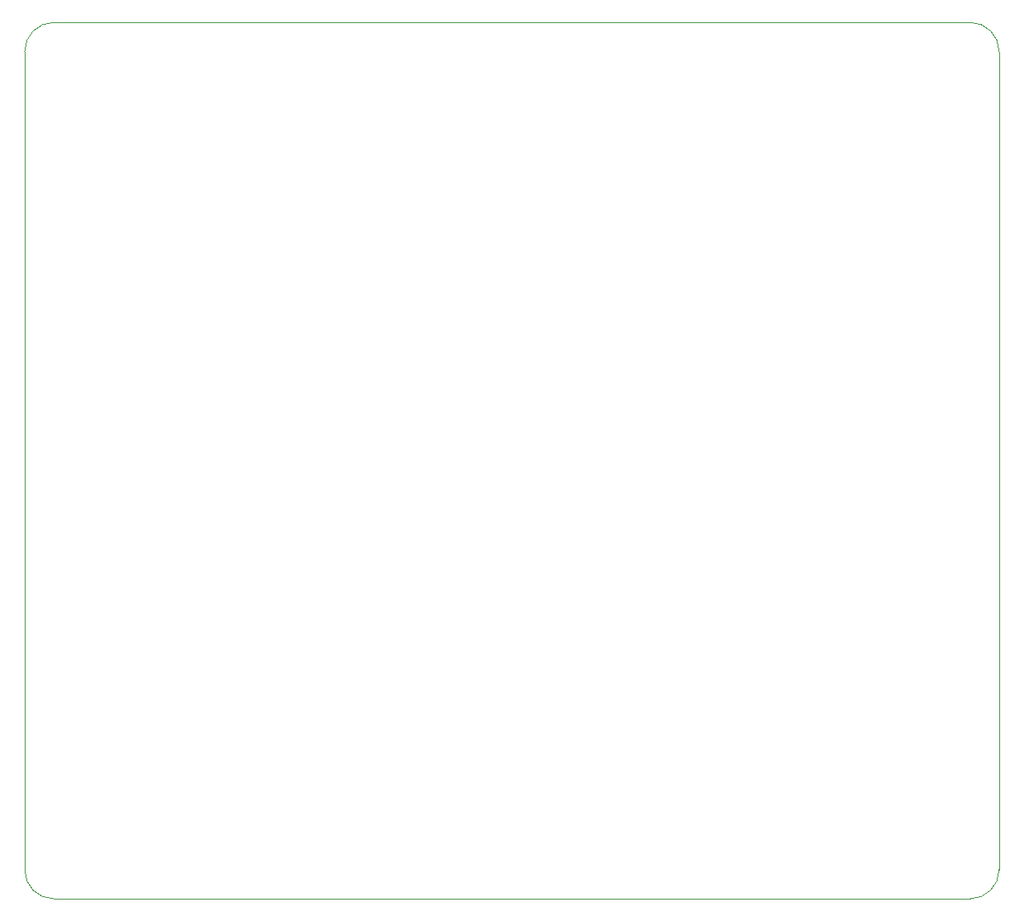
<source format=gbr>
%TF.GenerationSoftware,KiCad,Pcbnew,(5.1.9)-1*%
%TF.CreationDate,2021-01-19T10:58:22-06:00*%
%TF.ProjectId,RC5,5243352e-6b69-4636-9164-5f7063625858,rev?*%
%TF.SameCoordinates,Original*%
%TF.FileFunction,Profile,NP*%
%FSLAX46Y46*%
G04 Gerber Fmt 4.6, Leading zero omitted, Abs format (unit mm)*
G04 Created by KiCad (PCBNEW (5.1.9)-1) date 2021-01-19 10:58:22*
%MOMM*%
%LPD*%
G01*
G04 APERTURE LIST*
%TA.AperFunction,Profile*%
%ADD10C,0.050000*%
%TD*%
G04 APERTURE END LIST*
D10*
X150000000Y-53000000D02*
G75*
G03*
X147000000Y-50000000I-3000000J0D01*
G01*
X150000000Y-53000000D02*
X150000000Y-137000000D01*
X147000000Y-140000000D02*
G75*
G03*
X150000000Y-137000000I0J3000000D01*
G01*
X50000000Y-137000000D02*
G75*
G03*
X53000000Y-140000000I3000000J0D01*
G01*
X53000000Y-140000000D02*
X147000000Y-140000000D01*
X53000000Y-50000000D02*
G75*
G03*
X50000000Y-53000000I0J-3000000D01*
G01*
X50000000Y-53000000D02*
X50000000Y-137000000D01*
X53000000Y-50000000D02*
X147000000Y-50000000D01*
M02*

</source>
